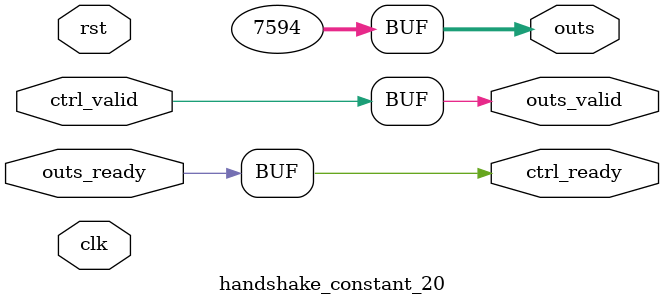
<source format=v>
`timescale 1ns / 1ps
module handshake_constant_20 #(
  parameter DATA_WIDTH = 32  // Default set to 32 bits
) (
  input                       clk,
  input                       rst,
  // Input Channel
  input                       ctrl_valid,
  output                      ctrl_ready,
  // Output Channel
  output [DATA_WIDTH - 1 : 0] outs,
  output                      outs_valid,
  input                       outs_ready
);
  assign outs       = 14'b01110110101010;
  assign outs_valid = ctrl_valid;
  assign ctrl_ready = outs_ready;

endmodule

</source>
